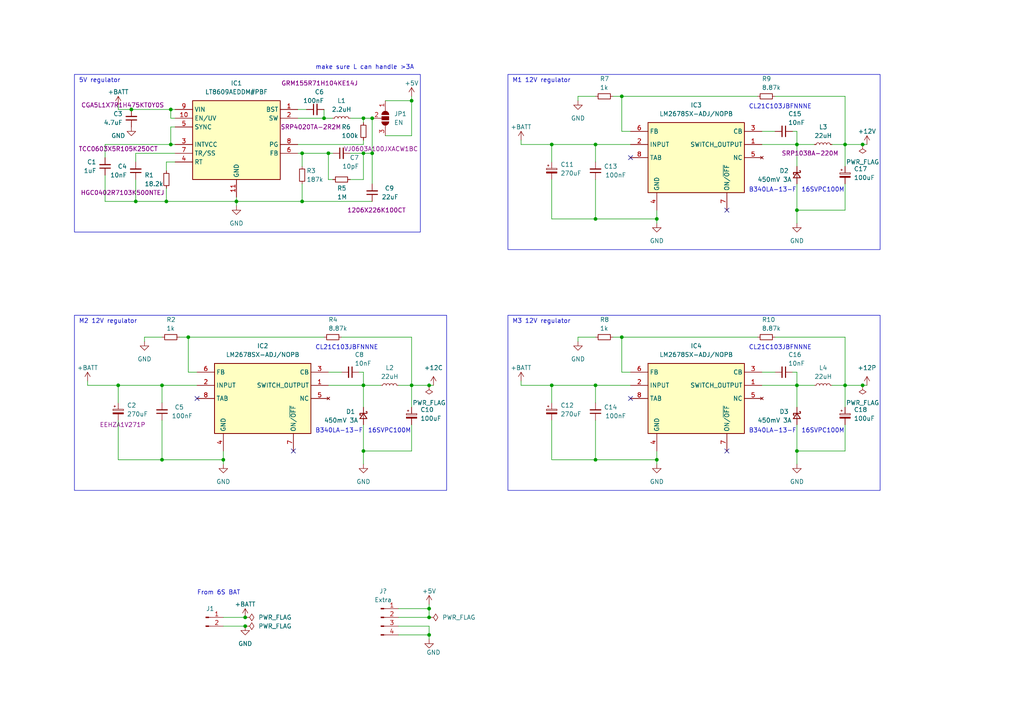
<source format=kicad_sch>
(kicad_sch (version 20230121) (generator eeschema)
  (paper "A4")
  (title_block (title "RBC by UGS") (date "2023-09-06") (rev "2.0"))
  (lib_symbols
    (symbol "Connector:Conn_01x02_Pin" (pin_names (offset 1.016) hide)
      (property "Reference" "J" (at 0 2.54 0))
      (property "Value" "Conn_01x02_Pin" (at 0 -5.08 0))
      (symbol "Conn_01x02_Pin_1_1"
        (polyline (pts (xy 1.27 -2.54) (xy 0.8636 -2.54)) (stroke (width 0.1524)))
        (polyline (pts (xy 1.27 0) (xy 0.8636 0)) (stroke (width 0.1524)))
        (rectangle (start 0.8636 -2.413) (end 0 -2.667) (stroke (width 0.1524)) (fill (type outline)))
        (rectangle (start 0.8636 0.127) (end 0 -0.127) (stroke (width 0.1524)) (fill (type outline)))
        (pin passive line (at 5.08 0 180) (length 3.81) (name "Pin_1") (number "1"))
        (pin passive line (at 5.08 -2.54 180) (length 3.81) (name "Pin_2") (number "2"))
      )
    )
    (symbol "Connector:Conn_01x04_Pin" (pin_names (offset 1.016) hide)
      (property "Reference" "J" (at 0 5.08 0))
      (property "Value" "Conn_01x04_Pin" (at 0 -7.62 0))
      (symbol "Conn_01x04_Pin_1_1"
        (polyline (pts (xy 1.27 -5.08) (xy 0.8636 -5.08)) (stroke (width 0.1524)))
        (polyline (pts (xy 1.27 -2.54) (xy 0.8636 -2.54)) (stroke (width 0.1524)))
        (polyline (pts (xy 1.27 0) (xy 0.8636 0)) (stroke (width 0.1524)))
        (polyline (pts (xy 1.27 2.54) (xy 0.8636 2.54)) (stroke (width 0.1524)))
        (rectangle (start 0.8636 -4.953) (end 0 -5.207) (stroke (width 0.1524)) (fill (type outline)))
        (rectangle (start 0.8636 -2.413) (end 0 -2.667) (stroke (width 0.1524)) (fill (type outline)))
        (rectangle (start 0.8636 0.127) (end 0 -0.127) (stroke (width 0.1524)) (fill (type outline)))
        (rectangle (start 0.8636 2.667) (end 0 2.413) (stroke (width 0.1524)) (fill (type outline)))
        (pin passive line (at 5.08 2.54 180) (length 3.81) (name "Pin_1") (number "1"))
        (pin passive line (at 5.08 0 180) (length 3.81) (name "Pin_2") (number "2"))
        (pin passive line (at 5.08 -2.54 180) (length 3.81) (name "Pin_3") (number "3"))
        (pin passive line (at 5.08 -5.08 180) (length 3.81) (name "Pin_4") (number "4"))
      )
    )
    (symbol "Device:C_Polarized_Small" (pin_numbers hide) (pin_names (offset 0.254) hide)
      (property "Reference" "C" (at 0.254 1.778 0))
      (property "Value" "C_Polarized_Small" (at 0.254 -2.032 0))
      (symbol "C_Polarized_Small_0_1"
        (rectangle (start -1.524 -0.3048) (end 1.524 -0.6858) (fill (type outline)))
        (rectangle (start -1.524 0.6858) (end 1.524 0.3048))
        (polyline (pts (xy -1.27 1.524) (xy -0.762 1.524)))
        (polyline (pts (xy -1.016 1.27) (xy -1.016 1.778)))
      )
      (symbol "C_Polarized_Small_1_1"
        (pin passive line (at 0 2.54 270) (length 1.8542) (name "~") (number "1"))
        (pin passive line (at 0 -2.54 90) (length 1.8542) (name "~") (number "2"))
      )
    )
    (symbol "Device:C_Small" (pin_numbers hide) (pin_names (offset 0.254) hide)
      (property "Reference" "C" (at 0.254 1.778 0))
      (property "Value" "C_Small" (at 0.254 -2.032 0))
      (symbol "C_Small_0_1"
        (polyline (pts (xy -1.524 -0.508) (xy 1.524 -0.508)) (stroke (width 0.3302)))
        (polyline (pts (xy -1.524 0.508) (xy 1.524 0.508)) (stroke (width 0.3048)))
      )
      (symbol "C_Small_1_1"
        (pin passive line (at 0 2.54 270) (length 2.032) (name "~") (number "1"))
        (pin passive line (at 0 -2.54 90) (length 2.032) (name "~") (number "2"))
      )
    )
    (symbol "Device:D_Schottky_Small" (pin_numbers hide) (pin_names (offset 0.254) hide)
      (property "Reference" "D" (at -1.27 2.032 0))
      (property "Value" "D_Schottky_Small" (at -7.112 -2.032 0))
      (symbol "D_Schottky_Small_0_1"
        (polyline (pts (xy -0.762 0) (xy 0.762 0)))
        (polyline (pts (xy 0.762 -1.016) (xy -0.762 0) (xy 0.762 1.016) (xy 0.762 -1.016)) (stroke (width 0.254)))
        (polyline (pts (xy -1.27 0.762) (xy -1.27 1.016) (xy -0.762 1.016) (xy -0.762 -1.016) (xy -0.254 -1.016) (xy -0.254 -0.762)) (stroke (width 0.254)))
      )
      (symbol "D_Schottky_Small_1_1"
        (pin passive line (at -2.54 0 0) (length 1.778) (name "K") (number "1"))
        (pin passive line (at 2.54 0 180) (length 1.778) (name "A") (number "2"))
      )
    )
    (symbol "Device:L_Small" (pin_numbers hide) (pin_names (offset 0.254) hide)
      (property "Reference" "L" (at 0.762 1.016 0))
      (property "Value" "L_Small" (at 0.762 -1.016 0))
      (symbol "L_Small_0_1"
        (arc (start 0 -2.032) (mid 0.5058 -1.524) (end 0 -1.016))
        (arc (start 0 -1.016) (mid 0.5058 -0.508) (end 0 0))
        (arc (start 0 0) (mid 0.5058 0.508) (end 0 1.016))
        (arc (start 0 1.016) (mid 0.5058 1.524) (end 0 2.032))
      )
      (symbol "L_Small_1_1"
        (pin passive line (at 0 2.54 270) (length 0.508) (name "~") (number "1"))
        (pin passive line (at 0 -2.54 90) (length 0.508) (name "~") (number "2"))
      )
    )
    (symbol "Device:R_Small" (pin_numbers hide) (pin_names (offset 0.254) hide)
      (property "Reference" "R" (at 0.762 0.508 0))
      (property "Value" "R_Small" (at 0.762 -1.016 0))
      (symbol "R_Small_0_1"
        (rectangle (start -0.762 1.778) (end 0.762 -1.778) (stroke (width 0.2032)))
      )
      (symbol "R_Small_1_1"
        (pin passive line (at 0 2.54 270) (length 0.762) (name "~") (number "1"))
        (pin passive line (at 0 -2.54 90) (length 0.762) (name "~") (number "2"))
      )
    )
    (symbol "Jumper:SolderJumper_3_Open" (pin_names (offset 0) hide)
      (property "Reference" "JP" (at -2.54 -2.54 0))
      (property "Value" "SolderJumper_3_Open" (at 0 2.794 0))
      (symbol "SolderJumper_3_Open_0_1"
        (arc (start -1.016 1.016) (mid -2.0276 0) (end -1.016 -1.016))
        (arc (start -1.016 1.016) (mid -2.0276 0) (end -1.016 -1.016) (fill (type outline)))
        (rectangle (start -0.508 1.016) (end 0.508 -1.016) (fill (type outline)))
        (polyline (pts (xy -2.54 0) (xy -2.032 0)))
        (polyline (pts (xy -1.016 1.016) (xy -1.016 -1.016)))
        (polyline (pts (xy 0 -1.27) (xy 0 -1.016)))
        (polyline (pts (xy 1.016 1.016) (xy 1.016 -1.016)))
        (polyline (pts (xy 2.54 0) (xy 2.032 0)))
        (arc (start 1.016 -1.016) (mid 2.0276 0) (end 1.016 1.016))
        (arc (start 1.016 -1.016) (mid 2.0276 0) (end 1.016 1.016) (fill (type outline)))
      )
      (symbol "SolderJumper_3_Open_1_1"
        (pin passive line (at -5.08 0 0) (length 2.54) (name "A") (number "1"))
        (pin passive line (at 0 -3.81 90) (length 2.54) (name "C") (number "2"))
        (pin passive line (at 5.08 0 180) (length 2.54) (name "B") (number "3"))
      )
    )
    (symbol "SamacSys_Parts:LM2678SX-5.0_NOPB"
      (property "Reference" "IC5" (at 19.05 7.62 0))
      (property "Value" "LM2678SX-ADJ/NOPB" (at 19.05 5.08 0))
      (symbol "LM2678SX-5.0_NOPB_1_1"
        (rectangle (start 5.08 2.54) (end 33.02 -17.78) (stroke (width 0.254)) (fill (type background)))
        (pin passive line (at 38.1 -3.81 180) (length 5.08) (name "SWITCH_OUTPUT") (number "1"))
        (pin passive line (at 0 -3.81 0) (length 5.08) (name "INPUT") (number "2"))
        (pin passive line (at 38.1 0 180) (length 5.08) (name "CB") (number "3"))
        (pin passive line (at 7.62 -22.86 90) (length 5.08) (name "GND") (number "4"))
        (pin no_connect line (at 38.1 -7.62 180) (length 5.08) (name "NC") (number "5"))
        (pin passive line (at 0 0 0) (length 5.08) (name "FB") (number "6"))
        (pin passive line (at 27.94 -22.86 90) (length 5.08) (name "ON/~{OFF}") (number "7"))
        (pin passive line (at 0 -7.62 0) (length 5.08) (name "TAB") (number "8"))
      )
    )
    (symbol "SamacSys_Parts:LT8609AEDDM#PBF"
      (property "Reference" "IC7" (at 17.78 7.62 0))
      (property "Value" "LT8609AEDDM#PBF" (at 17.78 5.08 0))
      (symbol "LT8609AEDDM#PBF_1_1"
        (rectangle (start 5.08 2.54) (end 30.48 -20.32) (stroke (width 0.254)) (fill (type background)))
        (pin passive line (at 35.56 0 180) (length 5.08) (name "BST") (number "1"))
        (pin passive line (at 0 -2.54 0) (length 5.08) (name "EN/UV") (number "10"))
        (pin passive line (at 17.78 -25.4 90) (length 5.08) (name "GND") (number "11"))
        (pin passive line (at 35.56 -2.54 180) (length 5.08) (name "SW") (number "2"))
        (pin passive line (at 0 -10.16 0) (length 5.08) (name "INTVCC") (number "3"))
        (pin passive line (at 0 -15.24 0) (length 5.08) (name "RT") (number "4"))
        (pin passive line (at 0 -5.08 0) (length 5.08) (name "SYNC") (number "5"))
        (pin passive line (at 35.56 -12.7 180) (length 5.08) (name "FB") (number "6"))
        (pin passive line (at 0 -12.7 0) (length 5.08) (name "TR/SS") (number "7"))
        (pin passive line (at 35.56 -10.16 180) (length 5.08) (name "PG") (number "8"))
        (pin passive line (at 0 0 0) (length 5.08) (name "VIN") (number "9"))
      )
    )
    (symbol "power:+12C" (power) (pin_names (offset 0))
      (property "Value" "+12C" (at 0 3.81 0))
      (symbol "+12C_0_1"
        (polyline (pts (xy -0.762 1.27) (xy 0 2.54)))
        (polyline (pts (xy 0 0) (xy 0 2.54)))
        (polyline (pts (xy 0 2.54) (xy 0.762 1.27)))
      )
      (symbol "+12C_1_1"
        (pin power_in line (at 0 0 90) (length 0) hide (name "+12C") (number "1"))
      )
    )
    (symbol "power:+12P" (power) (pin_names (offset 0))
      (property "Value" "+12P" (at 0 3.556 0))
      (symbol "+12P_0_1"
        (polyline (pts (xy -0.762 1.27) (xy 0 2.54)))
        (polyline (pts (xy 0 0) (xy 0 2.54)))
        (polyline (pts (xy 0 2.54) (xy 0.762 1.27)))
      )
      (symbol "+12P_1_1"
        (pin power_in line (at 0 0 90) (length 0) hide (name "+12P") (number "1"))
      )
    )
    (symbol "power:+12V" (power) (pin_names (offset 0))
      (property "Value" "+12V" (at 0 3.556 0))
      (symbol "+12V_0_1"
        (polyline (pts (xy -0.762 1.27) (xy 0 2.54)))
        (polyline (pts (xy 0 0) (xy 0 2.54)))
        (polyline (pts (xy 0 2.54) (xy 0.762 1.27)))
      )
      (symbol "+12V_1_1"
        (pin power_in line (at 0 0 90) (length 0) hide (name "+12V") (number "1"))
      )
    )
    (symbol "power:+5V" (power) (pin_names (offset 0))
      (property "Value" "+5V" (at 0 3.556 0))
      (symbol "+5V_0_1"
        (polyline (pts (xy -0.762 1.27) (xy 0 2.54)))
        (polyline (pts (xy 0 0) (xy 0 2.54)))
        (polyline (pts (xy 0 2.54) (xy 0.762 1.27)))
      )
      (symbol "+5V_1_1"
        (pin power_in line (at 0 0 90) (length 0) hide (name "+5V") (number "1"))
      )
    )
    (symbol "power:+BATT" (power) (pin_names (offset 0))
      (property "Value" "+BATT" (at 0 3.556 0))
      (symbol "+BATT_0_1"
        (polyline (pts (xy -0.762 1.27) (xy 0 2.54)))
        (polyline (pts (xy 0 0) (xy 0 2.54)))
        (polyline (pts (xy 0 2.54) (xy 0.762 1.27)))
      )
      (symbol "+BATT_1_1"
        (pin power_in line (at 0 0 90) (length 0) hide (name "+BATT") (number "1"))
      )
    )
    (symbol "power:GND" (power) (pin_names (offset 0))
      (property "Value" "GND" (at 0 -3.81 0))
      (symbol "GND_0_1"
        (polyline (pts (xy 0 0) (xy 0 -1.27) (xy 1.27 -1.27) (xy 0 -2.54) (xy -1.27 -1.27) (xy 0 -1.27)))
      )
      (symbol "GND_1_1"
        (pin power_in line (at 0 0 270) (length 0) hide (name "GND") (number "1"))
      )
    )
    (symbol "power:PWR_FLAG" (power) (pin_numbers hide) (pin_names (offset 0) hide)
      (property "Value" "PWR_FLAG" (at 0 3.81 0))
      (symbol "PWR_FLAG_0_0"
        (pin power_out line (at 0 0 90) (length 0) (name "pwr") (number "1"))
      )
      (symbol "PWR_FLAG_0_1"
        (polyline (pts (xy 0 0) (xy 0 1.27) (xy -1.016 1.905) (xy 0 2.54) (xy 1.016 1.905) (xy 0 1.27)))
      )
    )
  )
  (junction (at 231.14 60.96))
  (junction (at 105.41 34.29))
  (junction (at 46.99 133.35))
  (junction (at 49.53 31.75))
  (junction (at 160.02 41.91))
  (junction (at 124.46 179.07))
  (junction (at 87.63 58.42))
  (junction (at 107.95 34.29))
  (junction (at 95.25 44.45))
  (junction (at 46.99 111.76))
  (junction (at 190.5 63.5))
  (junction (at 250.19 41.91))
  (junction (at 105.41 44.45))
  (junction (at 124.46 176.53))
  (junction (at 231.14 111.76))
  (junction (at 231.14 41.91))
  (junction (at 105.41 111.76))
  (junction (at 119.38 29.21))
  (junction (at 68.58 58.42))
  (junction (at 87.63 44.45))
  (junction (at 38.1 31.75))
  (junction (at 34.29 111.76))
  (junction (at 172.72 63.5))
  (junction (at 119.38 111.76))
  (junction (at 64.77 133.35))
  (junction (at 172.72 41.91))
  (junction (at 172.72 133.35))
  (junction (at 48.26 58.42))
  (junction (at 180.34 97.79))
  (junction (at 71.12 181.61))
  (junction (at 124.46 184.15))
  (junction (at 231.14 130.81))
  (junction (at 39.37 58.42))
  (junction (at 250.19 111.76))
  (junction (at 93.98 34.29))
  (junction (at 49.53 41.91))
  (junction (at 180.34 27.94))
  (junction (at 71.12 179.07))
  (junction (at 190.5 133.35))
  (junction (at 245.11 41.91))
  (junction (at 107.95 44.45))
  (junction (at 54.61 97.79))
  (junction (at 124.46 111.76))
  (junction (at 160.02 111.76))
  (junction (at 245.11 111.76))
  (junction (at 105.41 130.81))
  (junction (at 172.72 111.76))
  (no_connect (at 210.82 130.81))
  (no_connect (at 57.15 115.57))
  (no_connect (at 85.09 130.81))
  (no_connect (at 182.88 45.72))
  (no_connect (at 210.82 60.96))
  (no_connect (at 182.88 115.57))
  (wire (pts (xy 105.41 111.76) (xy 110.49 111.76)))
  (wire (pts (xy 172.72 41.91) (xy 172.72 46.99)))
  (wire (pts (xy 87.63 48.26) (xy 87.63 44.45)))
  (wire (pts (xy 115.57 179.07) (xy 124.46 179.07)))
  (wire (pts (xy 95.25 44.45) (xy 96.52 44.45)))
  (wire (pts (xy 68.58 58.42) (xy 68.58 57.15)))
  (wire (pts (xy 41.91 97.79) (xy 41.91 99.06)))
  (wire (pts (xy 245.11 27.94) (xy 245.11 41.91)))
  (wire (pts (xy 95.25 44.45) (xy 95.25 52.07)))
  (wire (pts (xy 105.41 44.45) (xy 105.41 52.07)))
  (wire (pts (xy 105.41 34.29) (xy 107.95 34.29)))
  (wire (pts (xy 124.46 179.07) (xy 124.46 176.53)))
  (wire (pts (xy 231.14 38.1) (xy 231.14 41.91)))
  (wire (pts (xy 241.3 41.91) (xy 245.11 41.91)))
  (wire (pts (xy 115.57 111.76) (xy 119.38 111.76)))
  (wire (pts (xy 95.25 107.95) (xy 99.06 107.95)))
  (wire (pts (xy 167.64 97.79) (xy 167.64 99.06)))
  (wire (pts (xy 119.38 123.19) (xy 119.38 130.81)))
  (wire (pts (xy 231.14 130.81) (xy 231.14 134.62)))
  (wire (pts (xy 105.41 111.76) (xy 105.41 118.11)))
  (wire (pts (xy 105.41 44.45) (xy 107.95 44.45)))
  (wire (pts (xy 34.29 133.35) (xy 46.99 133.35)))
  (wire (pts (xy 30.48 50.8) (xy 30.48 58.42)))
  (wire (pts (xy 245.11 41.91) (xy 245.11 48.26)))
  (wire (pts (xy 104.14 107.95) (xy 105.41 107.95)))
  (wire (pts (xy 87.63 53.34) (xy 87.63 58.42)))
  (wire (pts (xy 180.34 27.94) (xy 219.71 27.94)))
  (wire (pts (xy 105.41 52.07) (xy 101.6 52.07)))
  (wire (pts (xy 160.02 133.35) (xy 172.72 133.35)))
  (wire (pts (xy 64.77 130.81) (xy 64.77 133.35)))
  (wire (pts (xy 34.29 31.75) (xy 38.1 31.75)))
  (wire (pts (xy 54.61 107.95) (xy 54.61 97.79)))
  (wire (pts (xy 177.8 27.94) (xy 180.34 27.94)))
  (wire (pts (xy 231.14 107.95) (xy 231.14 111.76)))
  (wire (pts (xy 25.4 111.76) (xy 25.4 110.49)))
  (wire (pts (xy 245.11 53.34) (xy 245.11 60.96)))
  (wire (pts (xy 99.06 97.79) (xy 119.38 97.79)))
  (wire (pts (xy 57.15 111.76) (xy 46.99 111.76)))
  (wire (pts (xy 86.36 31.75) (xy 88.9 31.75)))
  (wire (pts (xy 30.48 58.42) (xy 39.37 58.42)))
  (wire (pts (xy 180.34 97.79) (xy 219.71 97.79)))
  (wire (pts (xy 151.13 111.76) (xy 151.13 110.49)))
  (wire (pts (xy 105.41 130.81) (xy 119.38 130.81)))
  (wire (pts (xy 48.26 54.61) (xy 48.26 58.42)))
  (wire (pts (xy 34.29 121.92) (xy 34.29 133.35)))
  (wire (pts (xy 160.02 63.5) (xy 172.72 63.5)))
  (wire (pts (xy 124.46 111.76) (xy 125.73 111.76)))
  (wire (pts (xy 119.38 97.79) (xy 119.38 111.76)))
  (wire (pts (xy 182.88 111.76) (xy 172.72 111.76)))
  (wire (pts (xy 245.11 97.79) (xy 245.11 111.76)))
  (wire (pts (xy 172.72 133.35) (xy 190.5 133.35)))
  (wire (pts (xy 34.29 111.76) (xy 25.4 111.76)))
  (wire (pts (xy 30.48 41.91) (xy 49.53 41.91)))
  (wire (pts (xy 111.76 29.21) (xy 119.38 29.21)))
  (wire (pts (xy 229.87 107.95) (xy 231.14 107.95)))
  (wire (pts (xy 172.72 111.76) (xy 160.02 111.76)))
  (wire (pts (xy 172.72 41.91) (xy 160.02 41.91)))
  (wire (pts (xy 182.88 41.91) (xy 172.72 41.91)))
  (wire (pts (xy 101.6 34.29) (xy 105.41 34.29)))
  (wire (pts (xy 105.41 130.81) (xy 105.41 134.62)))
  (wire (pts (xy 30.48 41.91) (xy 30.48 45.72)))
  (wire (pts (xy 101.6 44.45) (xy 105.41 44.45)))
  (wire (pts (xy 151.13 41.91) (xy 151.13 40.64)))
  (wire (pts (xy 105.41 41.91) (xy 105.41 40.64)))
  (wire (pts (xy 49.53 34.29) (xy 49.53 31.75)))
  (wire (pts (xy 87.63 58.42) (xy 107.95 58.42)))
  (wire (pts (xy 241.3 111.76) (xy 245.11 111.76)))
  (wire (pts (xy 107.95 34.29) (xy 107.95 44.45)))
  (wire (pts (xy 68.58 59.69) (xy 68.58 58.42)))
  (wire (pts (xy 93.98 31.75) (xy 93.98 34.29)))
  (wire (pts (xy 48.26 46.99) (xy 48.26 49.53)))
  (wire (pts (xy 231.14 111.76) (xy 236.22 111.76)))
  (wire (pts (xy 172.72 111.76) (xy 172.72 116.84)))
  (wire (pts (xy 34.29 30.48) (xy 34.29 31.75)))
  (wire (pts (xy 124.46 184.15) (xy 124.46 185.42)))
  (wire (pts (xy 182.88 107.95) (xy 180.34 107.95)))
  (wire (pts (xy 46.99 111.76) (xy 46.99 116.84)))
  (wire (pts (xy 250.19 41.91) (xy 251.46 41.91)))
  (wire (pts (xy 64.77 181.61) (xy 71.12 181.61)))
  (wire (pts (xy 39.37 52.07) (xy 39.37 58.42)))
  (wire (pts (xy 115.57 184.15) (xy 124.46 184.15)))
  (wire (pts (xy 115.57 181.61) (xy 124.46 181.61)))
  (wire (pts (xy 54.61 97.79) (xy 93.98 97.79)))
  (wire (pts (xy 220.98 38.1) (xy 224.79 38.1)))
  (wire (pts (xy 52.07 97.79) (xy 54.61 97.79)))
  (wire (pts (xy 231.14 41.91) (xy 236.22 41.91)))
  (wire (pts (xy 160.02 41.91) (xy 151.13 41.91)))
  (wire (pts (xy 160.02 52.07) (xy 160.02 63.5)))
  (wire (pts (xy 190.5 133.35) (xy 190.5 134.62)))
  (wire (pts (xy 124.46 181.61) (xy 124.46 184.15)))
  (wire (pts (xy 172.72 52.07) (xy 172.72 63.5)))
  (wire (pts (xy 119.38 39.37) (xy 119.38 29.21)))
  (wire (pts (xy 180.34 107.95) (xy 180.34 97.79)))
  (wire (pts (xy 167.64 27.94) (xy 167.64 29.21)))
  (wire (pts (xy 172.72 121.92) (xy 172.72 133.35)))
  (wire (pts (xy 105.41 34.29) (xy 105.41 35.56)))
  (wire (pts (xy 96.52 52.07) (xy 95.25 52.07)))
  (wire (pts (xy 86.36 34.29) (xy 93.98 34.29)))
  (wire (pts (xy 160.02 111.76) (xy 160.02 116.84)))
  (wire (pts (xy 39.37 44.45) (xy 50.8 44.45)))
  (wire (pts (xy 160.02 121.92) (xy 160.02 133.35)))
  (wire (pts (xy 119.38 111.76) (xy 119.38 118.11)))
  (wire (pts (xy 105.41 123.19) (xy 105.41 130.81)))
  (wire (pts (xy 124.46 175.26) (xy 124.46 176.53)))
  (wire (pts (xy 57.15 107.95) (xy 54.61 107.95)))
  (wire (pts (xy 86.36 41.91) (xy 105.41 41.91)))
  (wire (pts (xy 231.14 53.34) (xy 231.14 60.96)))
  (wire (pts (xy 190.5 63.5) (xy 190.5 64.77)))
  (wire (pts (xy 231.14 111.76) (xy 231.14 118.11)))
  (wire (pts (xy 50.8 34.29) (xy 49.53 34.29)))
  (wire (pts (xy 46.99 97.79) (xy 41.91 97.79)))
  (wire (pts (xy 107.95 44.45) (xy 107.95 53.34)))
  (wire (pts (xy 231.14 123.19) (xy 231.14 130.81)))
  (wire (pts (xy 64.77 133.35) (xy 64.77 134.62)))
  (wire (pts (xy 245.11 111.76) (xy 245.11 118.11)))
  (wire (pts (xy 39.37 46.99) (xy 39.37 44.45)))
  (wire (pts (xy 50.8 46.99) (xy 48.26 46.99)))
  (wire (pts (xy 250.19 111.76) (xy 251.46 111.76)))
  (wire (pts (xy 245.11 123.19) (xy 245.11 130.81)))
  (wire (pts (xy 231.14 60.96) (xy 245.11 60.96)))
  (wire (pts (xy 115.57 176.53) (xy 124.46 176.53)))
  (wire (pts (xy 220.98 41.91) (xy 231.14 41.91)))
  (wire (pts (xy 34.29 111.76) (xy 34.29 116.84)))
  (wire (pts (xy 190.5 130.81) (xy 190.5 133.35)))
  (wire (pts (xy 119.38 29.21) (xy 119.38 27.94)))
  (wire (pts (xy 46.99 121.92) (xy 46.99 133.35)))
  (wire (pts (xy 190.5 60.96) (xy 190.5 63.5)))
  (wire (pts (xy 177.8 97.79) (xy 180.34 97.79)))
  (wire (pts (xy 231.14 130.81) (xy 245.11 130.81)))
  (wire (pts (xy 224.79 27.94) (xy 245.11 27.94)))
  (wire (pts (xy 46.99 133.35) (xy 64.77 133.35)))
  (wire (pts (xy 119.38 111.76) (xy 124.46 111.76)))
  (wire (pts (xy 180.34 38.1) (xy 180.34 27.94)))
  (wire (pts (xy 245.11 41.91) (xy 250.19 41.91)))
  (wire (pts (xy 50.8 41.91) (xy 49.53 41.91)))
  (wire (pts (xy 111.76 39.37) (xy 119.38 39.37)))
  (wire (pts (xy 46.99 111.76) (xy 34.29 111.76)))
  (wire (pts (xy 245.11 111.76) (xy 250.19 111.76)))
  (wire (pts (xy 172.72 27.94) (xy 167.64 27.94)))
  (wire (pts (xy 220.98 107.95) (xy 224.79 107.95)))
  (wire (pts (xy 49.53 36.83) (xy 49.53 41.91)))
  (wire (pts (xy 105.41 107.95) (xy 105.41 111.76)))
  (wire (pts (xy 49.53 31.75) (xy 50.8 31.75)))
  (wire (pts (xy 48.26 58.42) (xy 68.58 58.42)))
  (wire (pts (xy 39.37 58.42) (xy 48.26 58.42)))
  (wire (pts (xy 38.1 31.75) (xy 49.53 31.75)))
  (wire (pts (xy 220.98 111.76) (xy 231.14 111.76)))
  (wire (pts (xy 87.63 44.45) (xy 95.25 44.45)))
  (wire (pts (xy 231.14 41.91) (xy 231.14 48.26)))
  (wire (pts (xy 86.36 44.45) (xy 87.63 44.45)))
  (wire (pts (xy 95.25 111.76) (xy 105.41 111.76)))
  (wire (pts (xy 87.63 58.42) (xy 68.58 58.42)))
  (wire (pts (xy 229.87 38.1) (xy 231.14 38.1)))
  (wire (pts (xy 93.98 34.29) (xy 96.52 34.29)))
  (wire (pts (xy 160.02 41.91) (xy 160.02 46.99)))
  (wire (pts (xy 224.79 97.79) (xy 245.11 97.79)))
  (wire (pts (xy 172.72 97.79) (xy 167.64 97.79)))
  (wire (pts (xy 160.02 111.76) (xy 151.13 111.76)))
  (wire (pts (xy 231.14 60.96) (xy 231.14 64.77)))
  (wire (pts (xy 182.88 38.1) (xy 180.34 38.1)))
  (wire (pts (xy 64.77 179.07) (xy 71.12 179.07)))
  (wire (pts (xy 50.8 36.83) (xy 49.53 36.83)))
  (wire (pts (xy 172.72 63.5) (xy 190.5 63.5)))
  (rectangle (start 147.32 21.59) (end 255.27 72.39))
  (rectangle (start 21.59 21.59) (end 121.92 67.31))
  (rectangle (start 21.59 91.44) (end 129.54 142.24))
  (rectangle (start 147.32 91.44) (end 255.27 142.24))
  (text "CL21C103JBFNNNE" (at 91.44 101.6 0) (effects (font (size 1.27 1.27)) (justify left bottom)))
  (text "16SVPC100M" (at 106.68 125.73 0) (effects (font (size 1.27 1.27)) (justify left bottom)))
  (text "B340LA-13-F" (at 217.17 125.73 0) (effects (font (size 1.27 1.27)) (justify left bottom)))
  (text "make sure L can handle >3A" (at 91.44 20.32 0) (effects (font (size 1.27 1.27)) (justify left bottom)))
  (text "16SVPC100M" (at 232.41 125.73 0) (effects (font (size 1.27 1.27)) (justify left bottom)))
  (text "B340LA-13-F" (at 91.44 125.73 0) (effects (font (size 1.27 1.27)) (justify left bottom)))
  (text "From 6S BAT" (at 57.15 172.72 0) (effects (font (size 1.27 1.27)) (justify left bottom)))
  (text "M2 12V regulator" (at 22.86 93.98 0) (effects (font (size 1.27 1.27)) (justify left bottom)))
  (text "5V regulator" (at 22.86 24.13 0) (effects (font (size 1.27 1.27)) (justify left bottom)))
  (text "M3 12V regulator" (at 148.59 93.98 0) (effects (font (size 1.27 1.27)) (justify left bottom)))
  (text "CL21C103JBFNNNE" (at 217.17 101.6 0) (effects (font (size 1.27 1.27)) (justify left bottom)))
  (text "B340LA-13-F" (at 217.17 55.88 0) (effects (font (size 1.27 1.27)) (justify left bottom)))
  (text "M1 12V regulator" (at 148.59 24.13 0) (effects (font (size 1.27 1.27)) (justify left bottom)))
  (text "CL21C103JBFNNNE" (at 217.17 31.75 0) (effects (font (size 1.27 1.27)) (justify left bottom)))
  (text "16SVPC100M" (at 232.41 55.88 0) (effects (font (size 1.27 1.27)) (justify left bottom)))
  (symbol (lib_id "power:+BATT") (at 151.13 40.64 0) (unit 1)
    (property "Reference" "#PWR014" (effects hide))
    (property "Value" "+BATT" (at 151.13 36.83 0))
  )
  (symbol (lib_id "power:+12P") (at 251.46 111.76 0) (unit 1)
    (property "Reference" "#PWR023" (effects hide))
    (property "Value" "+12P" (at 251.46 106.68 0))
  )
  (symbol (lib_id "power:GND") (at 38.1 36.83 0) (unit 1)
    (property "Reference" "#PWR03" (effects hide))
    (property "Value" "GND" (at 34.29 39.37 0))
  )
  (symbol (lib_id "power:GND") (at 124.46 185.42 0) (unit 1)
    (property "Reference" "#PWR?" (effects hide))
    (property "Value" "GND" (at 125.73 189.23 0))
    (instances (project "rbc_circuits" (path "" (reference "#PWR?") (unit 1)) (path "" (reference "#PWR?") (unit 1)) (path "" (reference "#PWR?") (unit 1)) (path "" (reference "#PWR012") (unit 1))))
  )
  (symbol (lib_id "power:GND") (at 68.58 59.69 0) (unit 1)
    (property "Reference" "#PWR06" (effects hide))
    (property "Value" "GND" (at 68.58 64.77 0))
  )
  (symbol (lib_id "SamacSys_Parts:LM2678SX-5.0_NOPB") (at 182.88 107.95 0) (unit 1)
    (property "Reference" "IC4" (at 201.93 100.33 0))
    (property "Value" "LM2678SX-ADJ/NOPB" (at 201.93 102.87 0))
    (property "Footprint" "rbc Custom Library:KTW0007B_custom" (effects hide))
    (property "Datasheet" "http://www.ti.com/lit/gpn/lm2678" (effects hide))
    (property "Mouser Part Number" "926-LM2678SX50NOPB" (effects hide))
    (property "Mouser Price/Stock" "https://www.mouser.co.uk/ProductDetail/Texas-Instruments/LM2678SX-5.0-NOPB?qs=X1J7HmVL2ZFBSPLuv4Jf1g%3D%3D" (effects hide))
    (property "Manufacturer_Name" "Texas Instruments" (effects hide))
    (property "Manufacturer_Part_Number" "LM2678SX-5.0/NOPB" (effects hide))
  )
  (symbol (lib_id "Device:R_Small") (at 49.53 97.79 270) (unit 1)
    (property "Reference" "R2" (at 48.26 92.71 90) (effects (justify left)))
    (property "Value" "1k" (at 48.26 95.25 90) (effects (justify left)))
    (property "Footprint" "Resistor_SMD:R_0201_0603Metric" (effects hide))
    (property "Part No." "RC0201FR-071KL" (effects hide))
  )
  (symbol (lib_id "Device:R_Small") (at 48.26 52.07 0) (unit 1)
    (property "Reference" "R1" (at 41.91 50.8 0) (effects (justify left)))
    (property "Value" "18.2k" (at 41.91 53.34 0) (effects (justify left)))
    (property "Footprint" "Resistor_SMD:R_0603_1608Metric_Pad0.98x0.95mm_HandSolder" (effects hide))
    (property "Part No." "CRCW060318K2FKEA" (effects hide))
  )
  (symbol (lib_id "Device:C_Small") (at 107.95 55.88 180) (unit 1)
    (property "Reference" "C9" (at 114.3 54.61 0) (effects (justify left)))
    (property "Value" "22uF" (at 115.57 57.15 0) (effects (justify left)))
    (property "Footprint" "Capacitor_SMD:C_1206_3216Metric" (effects hide))
    (property "Part No." "1206X226K100CT" (at 109.22 60.96 0))
  )
  (symbol (lib_id "Device:C_Small") (at 172.72 119.38 180) (unit 1)
    (property "Reference" "C14" (at 179.07 118.11 0) (effects (justify left)))
    (property "Value" "100nF" (at 181.61 120.65 0) (effects (justify left)))
    (property "Footprint" "Capacitor_SMD:C_0402_1005Metric" (effects hide))
  )
  (symbol (lib_id "power:+BATT") (at 34.29 30.48 0) (unit 1)
    (property "Reference" "#PWR02" (effects hide))
    (property "Value" "+BATT" (at 34.29 26.67 0))
  )
  (symbol (lib_id "power:GND") (at 71.12 181.61 0) (unit 1)
    (property "Reference" "#PWR08" (effects hide))
    (property "Value" "GND" (at 71.12 186.69 0))
  )
  (symbol (lib_id "Device:L_Small") (at 238.76 41.91 90) (unit 1)
    (property "Reference" "L3" (at 238.76 36.83 90))
    (property "Value" "22uH" (at 238.76 39.37 90))
    (property "Footprint" "SamacSys_Parts:INDPM110100X400N" (effects hide))
    (property "Part No." "SRP1038A-220M" (at 234.95 44.45 90))
  )
  (symbol (lib_id "power:+5V") (at 119.38 27.94 0) (unit 1)
    (property "Reference" "#PWR010" (effects hide))
    (property "Value" "+5V" (at 119.38 24.13 0))
  )
  (symbol (lib_id "power:+12C") (at 125.73 111.76 0) (unit 1)
    (property "Reference" "#PWR013" (effects hide))
    (property "Value" "+12C" (at 125.73 106.68 0))
  )
  (symbol (lib_id "Device:R_Small") (at 96.52 97.79 270) (unit 1)
    (property "Reference" "R4" (at 95.25 92.71 90) (effects (justify left)))
    (property "Value" "8.87k" (at 95.25 95.25 90) (effects (justify left)))
    (property "Footprint" "Resistor_SMD:R_0603_1608Metric" (effects hide))
    (property "Part No." "RT0603BRE078K87L" (effects hide))
  )
  (symbol (lib_id "power:+5V") (at 124.46 175.26 0) (unit 1)
    (property "Reference" "#PWR011" (effects hide))
    (property "Value" "+5V" (at 124.46 171.45 0))
    (instances (project "rbc_circuits" (path "" (reference "#PWR011") (unit 1)) (path "" (reference "#PWR?") (unit 1))))
  )
  (symbol (lib_id "power:PWR_FLAG") (at 124.46 179.07 270) (unit 1)
    (property "Reference" "#FLG04" (effects hide))
    (property "Value" "PWR_FLAG" (at 128.27 179.07 90) (effects (justify left)))
  )
  (symbol (lib_id "Device:C_Small") (at 101.6 107.95 270) (unit 1)
    (property "Reference" "C8" (at 102.87 102.87 90) (effects (justify left)))
    (property "Value" "10nF" (at 102.87 105.41 90) (effects (justify left)))
    (property "Footprint" "Capacitor_SMD:C_0805_2012Metric" (effects hide))
  )
  (symbol (lib_id "Device:R_Small") (at 175.26 97.79 270) (unit 1)
    (property "Reference" "R8" (at 173.99 92.71 90) (effects (justify left)))
    (property "Value" "1k" (at 173.99 95.25 90) (effects (justify left)))
    (property "Footprint" "Resistor_SMD:R_0201_0603Metric" (effects hide))
  )
  (symbol (lib_id "power:GND") (at 190.5 134.62 0) (unit 1)
    (property "Reference" "#PWR019" (effects hide))
    (property "Value" "GND" (at 190.5 139.7 0))
  )
  (symbol (lib_id "power:PWR_FLAG") (at 124.46 111.76 180) (unit 1)
    (property "Reference" "#FLG03" (effects hide))
    (property "Value" "PWR_FLAG" (at 124.46 116.84 0))
  )
  (symbol (lib_id "Device:C_Small") (at 227.33 38.1 270) (unit 1)
    (property "Reference" "C15" (at 228.6 33.02 90) (effects (justify left)))
    (property "Value" "10nF" (at 228.6 35.56 90) (effects (justify left)))
    (property "Footprint" "Capacitor_SMD:C_0805_2012Metric" (effects hide))
  )
  (symbol (lib_id "Device:C_Small") (at 91.44 31.75 90) (unit 1)
    (property "Reference" "C6" (at 93.98 26.67 90) (effects (justify left)))
    (property "Value" "100nF" (at 93.98 29.21 90) (effects (justify left)))
    (property "Footprint" "Capacitor_SMD:C_0402_1005Metric" (effects hide))
    (property "Part No." "GRM155R71H104KE14J" (at 92.71 24.13 90))
  )
  (symbol (lib_id "Device:R_Small") (at 105.41 38.1 0) (unit 1)
    (property "Reference" "R6" (at 99.06 36.83 0) (effects (justify left)))
    (property "Value" "100k" (at 99.06 39.37 0) (effects (justify left)))
    (property "Footprint" "Resistor_SMD:R_0201_0603Metric" (effects hide))
  )
  (symbol (lib_id "Jumper:SolderJumper_3_Open") (at 111.76 34.29 270) (unit 1)
    (property "Reference" "JP1" (at 114.3 33.02 90) (effects (justify left)))
    (property "Value" "EN" (at 114.3 35.56 90) (effects (justify left)))
    (property "Footprint" "Jumper:SolderJumper-3_P2.0mm_Open_TrianglePad1.0x1.5mm" (effects hide))
  )
  (symbol (lib_id "power:GND") (at 231.14 134.62 0) (unit 1)
    (property "Reference" "#PWR021" (effects hide))
    (property "Value" "GND" (at 231.14 139.7 0))
  )
  (symbol (lib_id "Device:C_Polarized_Small") (at 34.29 119.38 0) (unit 1)
    (property "Reference" "C2" (at 36.83 117.5639 0) (effects (justify left)))
    (property "Value" "270uF" (at 36.83 120.1039 0) (effects (justify left)))
    (property "Footprint" "SamacSys_Parts:EEHZS1H221P" (effects hide))
    (property "Part No." "EEHZA1V271P" (at 35.56 123.19 0))
  )
  (symbol (lib_id "Connector:Conn_01x02_Pin") (at 59.69 179.07 0) (unit 1)
    (property "Reference" "J1" (at 60.96 176.53 0))
    (property "Value" "Conn_01x02_Pin" (effects hide))
    (property "Footprint" "TerminalBlock_Phoenix:TerminalBlock_Phoenix_MKDS-3-2-5.08_1x02_P5.08mm_Horizontal" (effects hide))
  )
  (symbol (lib_id "Device:C_Polarized_Small") (at 245.11 50.8 0) (unit 1)
    (property "Reference" "C17" (at 247.65 48.9839 0) (effects (justify left)))
    (property "Value" "100uF" (at 247.65 51.5239 0) (effects (justify left)))
    (property "Footprint" "SamacSys_Parts:16SVF180M" (effects hide))
  )
  (symbol (lib_id "Device:C_Polarized_Small") (at 245.11 120.65 0) (unit 1)
    (property "Reference" "C18" (at 247.65 118.8339 0) (effects (justify left)))
    (property "Value" "100uF" (at 247.65 121.3739 0) (effects (justify left)))
    (property "Footprint" "SamacSys_Parts:16SVF180M" (effects hide))
  )
  (symbol (lib_id "Connector:Conn_01x04_Pin") (at 110.49 179.07 0) (unit 1)
    (property "Reference" "J?" (at 111.125 171.45 0))
    (property "Value" "Extra" (at 111.125 173.99 0))
    (property "Footprint" "Connector_PinHeader_2.54mm:PinHeader_2x02_P2.54mm_Vertical" (effects hide))
    (instances (project "rbc_circuits" (path "" (reference "J?") (unit 1)) (path "" (reference "J2") (unit 1))))
  )
  (symbol (lib_id "Device:L_Small") (at 113.03 111.76 90) (unit 1)
    (property "Reference" "L2" (at 113.03 106.68 90))
    (property "Value" "22uH" (at 113.03 109.22 90))
    (property "Footprint" "SamacSys_Parts:INDPM110100X400N" (effects hide))
  )
  (symbol (lib_id "Device:R_Small") (at 222.25 97.79 270) (unit 1)
    (property "Reference" "R10" (at 220.98 92.71 90) (effects (justify left)))
    (property "Value" "8.87k" (at 220.98 95.25 90) (effects (justify left)))
    (property "Footprint" "Resistor_SMD:R_0603_1608Metric" (effects hide))
  )
  (symbol (lib_id "power:+BATT") (at 25.4 110.49 0) (unit 1)
    (property "Reference" "#PWR01" (effects hide))
    (property "Value" "+BATT" (at 25.4 106.68 0))
  )
  (symbol (lib_id "Device:D_Schottky_Small") (at 105.41 120.65 270) (unit 1)
    (property "Reference" "D1" (at 100.33 119.38 90) (effects (justify left)))
    (property "Value" "450mV 3A" (at 93.98 121.92 90) (effects (justify left)))
    (property "Footprint" "Diode_SMD:D_SMA" (effects hide))
  )
  (symbol (lib_id "Device:C_Small") (at 30.48 48.26 180) (unit 1)
    (property "Reference" "C1" (at 27.94 46.99 0) (effects (justify left)))
    (property "Value" "1uF" (at 27.94 49.53 0) (effects (justify left)))
    (property "Footprint" "Capacitor_SMD:C_0603_1608Metric" (effects hide))
    (property "Part No." "TCC0603X5R105K250CT" (at 34.29 43.18 0))
  )
  (symbol (lib_id "power:GND") (at 167.64 99.06 0) (unit 1)
    (property "Reference" "#PWR017" (effects hide))
    (property "Value" "GND" (at 167.64 104.14 0))
  )
  (symbol (lib_id "Device:C_Small") (at 172.72 49.53 180) (unit 1)
    (property "Reference" "C13" (at 179.07 48.26 0) (effects (justify left)))
    (property "Value" "100nF" (at 181.61 50.8 0) (effects (justify left)))
    (property "Footprint" "Capacitor_SMD:C_0402_1005Metric" (effects hide))
  )
  (symbol (lib_id "power:PWR_FLAG") (at 250.19 41.91 180) (unit 1)
    (property "Reference" "#FLG05" (effects hide))
    (property "Value" "PWR_FLAG" (at 250.19 46.99 0))
  )
  (symbol (lib_id "Device:L_Small") (at 99.06 34.29 90) (unit 1)
    (property "Reference" "L1" (at 99.06 29.21 90))
    (property "Value" "2.2uH" (at 99.06 31.75 90))
    (property "Footprint" "SamacSys_Parts:INDC4441X200N" (effects hide))
    (property "Part No." "SRP4020TA-2R2M" (at 90.17 36.83 90))
  )
  (symbol (lib_id "power:GND") (at 64.77 134.62 0) (unit 1)
    (property "Reference" "#PWR05" (effects hide))
    (property "Value" "GND" (at 64.77 139.7 0))
  )
  (symbol (lib_id "power:+BATT") (at 71.12 179.07 0) (unit 1)
    (property "Reference" "#PWR07" (effects hide))
    (property "Value" "+BATT" (at 71.12 175.26 0))
  )
  (symbol (lib_id "SamacSys_Parts:LM2678SX-5.0_NOPB") (at 57.15 107.95 0) (unit 1)
    (property "Reference" "IC2" (at 76.2 100.33 0))
    (property "Value" "LM2678SX-ADJ/NOPB" (at 76.2 102.87 0))
    (property "Footprint" "rbc Custom Library:KTW0007B_custom" (effects hide))
    (property "Datasheet" "http://www.ti.com/lit/gpn/lm2678" (effects hide))
    (property "Mouser Part Number" "926-LM2678SX50NOPB" (effects hide))
    (property "Mouser Price/Stock" "https://www.mouser.co.uk/ProductDetail/Texas-Instruments/LM2678SX-5.0-NOPB?qs=X1J7HmVL2ZFBSPLuv4Jf1g%3D%3D" (effects hide))
    (property "Manufacturer_Name" "Texas Instruments" (effects hide))
    (property "Manufacturer_Part_Number" "LM2678SX-5.0/NOPB" (effects hide))
  )
  (symbol (lib_id "Device:C_Polarized_Small") (at 119.38 120.65 0) (unit 1)
    (property "Reference" "C10" (at 121.92 118.8339 0) (effects (justify left)))
    (property "Value" "100uF" (at 121.92 121.3739 0) (effects (justify left)))
    (property "Footprint" "SamacSys_Parts:16SVF180M" (effects hide))
  )
  (symbol (lib_id "Device:C_Polarized_Small") (at 160.02 119.38 0) (unit 1)
    (property "Reference" "C12" (at 162.56 117.5639 0) (effects (justify left)))
    (property "Value" "270uF" (at 162.56 120.1039 0) (effects (justify left)))
    (property "Footprint" "SamacSys_Parts:EEHZS1H221P" (effects hide))
  )
  (symbol (lib_id "Device:R_Small") (at 99.06 52.07 270) (unit 1)
    (property "Reference" "R5" (at 97.79 54.61 90) (effects (justify left)))
    (property "Value" "1M" (at 97.79 57.15 90) (effects (justify left)))
    (property "Footprint" "Resistor_SMD:R_0402_1005Metric" (effects hide))
    (property "Part No." "AC0402FR-071ML" (effects hide))
  )
  (symbol (lib_id "power:GND") (at 105.41 134.62 0) (unit 1)
    (property "Reference" "#PWR09" (effects hide))
    (property "Value" "GND" (at 105.41 139.7 0))
  )
  (symbol (lib_id "power:GND") (at 41.91 99.06 0) (unit 1)
    (property "Reference" "#PWR04" (effects hide))
    (property "Value" "GND" (at 41.91 104.14 0))
  )
  (symbol (lib_id "Device:C_Small") (at 39.37 49.53 180) (unit 1)
    (property "Reference" "C4" (at 36.83 48.26 0) (effects (justify left)))
    (property "Value" "10nF" (at 36.83 50.8 0) (effects (justify left)))
    (property "Footprint" "Capacitor_SMD:C_0402_1005Metric" (effects hide))
    (property "Part No." "HGC0402R7103K500NTEJ" (at 35.56 55.88 0))
  )
  (symbol (lib_id "Device:C_Small") (at 38.1 34.29 180) (unit 1)
    (property "Reference" "C3" (at 35.56 33.02 0) (effects (justify left)))
    (property "Value" "4.7uF" (at 35.56 35.56 0) (effects (justify left)))
    (property "Footprint" "Capacitor_SMD:C_1206_3216Metric" (effects hide))
    (property "Part No." "CGA5L1X7R1H475KT0Y0S" (at 35.56 30.48 0))
  )
  (symbol (lib_id "Device:C_Small") (at 99.06 44.45 90) (unit 1)
    (property "Reference" "C7" (at 104.14 45.72 90) (effects (justify left)))
    (property "Value" "10pF" (at 104.14 48.26 90) (effects (justify left)))
    (property "Footprint" "Capacitor_SMD:C_0603_1608Metric" (effects hide))
    (property "Part No." "VJ0603A100JXACW1BC" (at 110.49 43.18 90))
  )
  (symbol (lib_id "SamacSys_Parts:LT8609AEDDM#PBF") (at 50.8 31.75 0) (unit 1)
    (property "Reference" "IC1" (at 68.58 24.13 0))
    (property "Value" "LT8609AEDDM#PBF" (at 68.58 26.67 0))
    (property "Footprint" "SamacSys_Parts:SON50P300X300X80-11N-D" (effects hide))
    (property "Datasheet" "https://www.analog.com/media/en/technical-documentation/data-sheets/lt8609-8609a-8609b.pdf" (effects hide))
    (property "Height" "0.8" (effects hide))
    (property "Mouser Part Number" "584-LT8609AEDDM#PBF" (effects hide))
    (property "Mouser Price/Stock" "https://www.mouser.co.uk/ProductDetail/Analog-Devices/LT8609AEDDMPBF?qs=P1JMDcb91o7FhhhFSiiU2w%3D%3D" (effects hide))
    (property "Manufacturer_Name" "Analog Devices" (effects hide))
    (property "Manufacturer_Part_Number" "LT8609AEDDM#PBF" (effects hide))
  )
  (symbol (lib_id "Device:C_Small") (at 46.99 119.38 180) (unit 1)
    (property "Reference" "C5" (at 53.34 118.11 0) (effects (justify left)))
    (property "Value" "100nF" (at 55.88 120.65 0) (effects (justify left)))
    (property "Footprint" "Capacitor_SMD:C_0402_1005Metric" (effects hide))
  )
  (symbol (lib_id "Device:C_Polarized_Small") (at 160.02 49.53 0) (unit 1)
    (property "Reference" "C11" (at 162.56 47.7139 0) (effects (justify left)))
    (property "Value" "270uF" (at 162.56 50.2539 0) (effects (justify left)))
    (property "Footprint" "SamacSys_Parts:EEHZS1H221P" (effects hide))
  )
  (symbol (lib_id "Device:R_Small") (at 87.63 50.8 0) (unit 1)
    (property "Reference" "R3" (at 88.9 49.53 0) (effects (justify left)))
    (property "Value" "187k" (at 88.9 52.07 0) (effects (justify left)))
    (property "Footprint" "Resistor_SMD:R_0603_1608Metric" (effects hide))
    (property "Part No." "AC0603FR-07187KL" (effects hide))
  )
  (symbol (lib_id "Device:C_Small") (at 227.33 107.95 270) (unit 1)
    (property "Reference" "C16" (at 228.6 102.87 90) (effects (justify left)))
    (property "Value" "10nF" (at 228.6 105.41 90) (effects (justify left)))
    (property "Footprint" "Capacitor_SMD:C_0805_2012Metric" (effects hide))
  )
  (symbol (lib_id "power:GND") (at 167.64 29.21 0) (unit 1)
    (property "Reference" "#PWR016" (effects hide))
    (property "Value" "GND" (at 167.64 34.29 0))
  )
  (symbol (lib_id "power:PWR_FLAG") (at 71.12 179.07 270) (unit 1)
    (property "Reference" "#FLG01" (effects hide))
    (property "Value" "PWR_FLAG" (at 74.93 179.07 90) (effects (justify left)))
  )
  (symbol (lib_id "power:+BATT") (at 151.13 110.49 0) (unit 1)
    (property "Reference" "#PWR015" (effects hide))
    (property "Value" "+BATT" (at 151.13 106.68 0))
  )
  (symbol (lib_id "Device:D_Schottky_Small") (at 231.14 50.8 270) (unit 1)
    (property "Reference" "D2" (at 226.06 49.53 90) (effects (justify left)))
    (property "Value" "450mV 3A" (at 219.71 52.07 90) (effects (justify left)))
    (property "Footprint" "Diode_SMD:D_SMA" (effects hide))
  )
  (symbol (lib_id "power:GND") (at 190.5 64.77 0) (unit 1)
    (property "Reference" "#PWR018" (effects hide))
    (property "Value" "GND" (at 190.5 69.85 0))
  )
  (symbol (lib_id "power:GND") (at 231.14 64.77 0) (unit 1)
    (property "Reference" "#PWR020" (effects hide))
    (property "Value" "GND" (at 231.14 69.85 0))
  )
  (symbol (lib_id "Device:D_Schottky_Small") (at 231.14 120.65 270) (unit 1)
    (property "Reference" "D3" (at 226.06 119.38 90) (effects (justify left)))
    (property "Value" "450mV 3A" (at 219.71 121.92 90) (effects (justify left)))
    (property "Footprint" "Diode_SMD:D_SMA" (effects hide))
  )
  (symbol (lib_id "Device:R_Small") (at 175.26 27.94 270) (unit 1)
    (property "Reference" "R7" (at 173.99 22.86 90) (effects (justify left)))
    (property "Value" "1k" (at 173.99 25.4 90) (effects (justify left)))
    (property "Footprint" "Resistor_SMD:R_0201_0603Metric" (effects hide))
  )
  (symbol (lib_id "Device:R_Small") (at 222.25 27.94 270) (unit 1)
    (property "Reference" "R9" (at 220.98 22.86 90) (effects (justify left)))
    (property "Value" "8.87k" (at 220.98 25.4 90) (effects (justify left)))
    (property "Footprint" "Resistor_SMD:R_0603_1608Metric" (effects hide))
  )
  (symbol (lib_id "power:+12V") (at 251.46 41.91 0) (unit 1)
    (property "Reference" "#PWR?" (effects hide))
    (property "Value" "+12V" (at 251.46 38.1 0))
    (instances (project "rbc_circuits" (path "" (reference "#PWR?") (unit 1)) (path "" (reference "#PWR022") (unit 1))))
  )
  (symbol (lib_id "power:PWR_FLAG") (at 71.12 181.61 270) (unit 1)
    (property "Reference" "#FLG02" (effects hide))
    (property "Value" "PWR_FLAG" (at 74.93 181.61 90) (effects (justify left)))
  )
  (symbol (lib_id "Device:L_Small") (at 238.76 111.76 90) (unit 1)
    (property "Reference" "L4" (at 238.76 106.68 90))
    (property "Value" "22uH" (at 238.76 109.22 90))
    (property "Footprint" "SamacSys_Parts:INDPM110100X400N" (effects hide))
  )
  (symbol (lib_id "power:PWR_FLAG") (at 250.19 111.76 180) (unit 1)
    (property "Reference" "#FLG06" (effects hide))
    (property "Value" "PWR_FLAG" (at 250.19 116.84 0))
  )
  (symbol (lib_id "SamacSys_Parts:LM2678SX-5.0_NOPB") (at 182.88 38.1 0) (unit 1)
    (property "Reference" "IC3" (at 201.93 30.48 0))
    (property "Value" "LM2678SX-ADJ/NOPB" (at 201.93 33.02 0))
    (property "Footprint" "rbc Custom Library:KTW0007B_custom" (effects hide))
    (property "Datasheet" "http://www.ti.com/lit/gpn/lm2678" (effects hide))
    (property "Mouser Part Number" "926-LM2678SX50NOPB" (effects hide))
    (property "Mouser Price/Stock" "https://www.mouser.co.uk/ProductDetail/Texas-Instruments/LM2678SX-5.0-NOPB?qs=X1J7HmVL2ZFBSPLuv4Jf1g%3D%3D" (effects hide))
    (property "Manufacturer_Name" "Texas Instruments" (effects hide))
    (property "Manufacturer_Part_Number" "LM2678SX-5.0/NOPB" (effects hide))
  )
)
</source>
